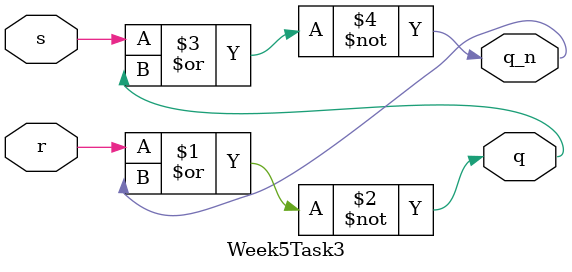
<source format=v>
module Week5Task3
(
input s,
input r,
output q,
output q_n
);
assign q = ~ ( r | q_n ) ;
assign q_n = ~ ( s | q ) ;
endmodule

</source>
